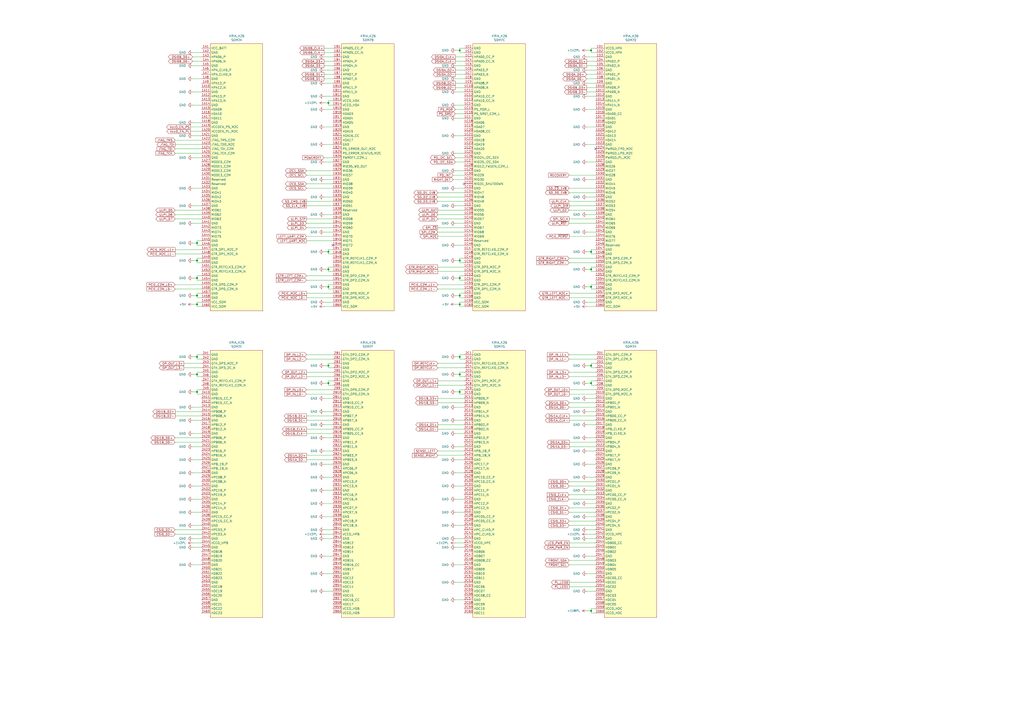
<source format=kicad_sch>
(kicad_sch (version 20210621) (generator eeschema)
  (paper "A2")
  (junction (at 114.3 140.97))
  (junction (at 114.3 151.13))
  (junction (at 114.3 161.29))
  (junction (at 114.3 171.45))
  (junction (at 114.3 176.53))
  (junction (at 114.3 207.01))
  (junction (at 114.3 217.17))
  (junction (at 114.3 227.33))
  (junction (at 190.5 59.69))
  (junction (at 190.5 146.05))
  (junction (at 190.5 156.21))
  (junction (at 190.5 166.37))
  (junction (at 190.5 212.09))
  (junction (at 190.5 222.25))
  (junction (at 266.7 29.21))
  (junction (at 266.7 151.13))
  (junction (at 266.7 161.29))
  (junction (at 266.7 171.45))
  (junction (at 266.7 176.53))
  (junction (at 266.7 207.01))
  (junction (at 266.7 217.17))
  (junction (at 266.7 227.33))
  (junction (at 342.9 29.21))
  (junction (at 342.9 146.05))
  (junction (at 342.9 156.21))
  (junction (at 342.9 166.37))
  (junction (at 342.9 212.09))
  (junction (at 342.9 222.25))
  (junction (at 342.9 354.33))
  (no_connect (at 193.04 142.24))
  (no_connect (at 269.24 106.68))
  (no_connect (at 345.44 86.36))
  (wire (pts (xy 101.6 81.28) (xy 116.84 81.28)))
  (wire (pts (xy 101.6 83.82) (xy 116.84 83.82)))
  (wire (pts (xy 101.6 86.36) (xy 116.84 86.36)))
  (wire (pts (xy 101.6 88.9) (xy 116.84 88.9)))
  (wire (pts (xy 101.6 121.92) (xy 116.84 121.92)))
  (wire (pts (xy 101.6 124.46) (xy 116.84 124.46)))
  (wire (pts (xy 101.6 127) (xy 116.84 127)))
  (wire (pts (xy 101.6 144.78) (xy 116.84 144.78)))
  (wire (pts (xy 101.6 147.32) (xy 116.84 147.32)))
  (wire (pts (xy 101.6 165.1) (xy 116.84 165.1)))
  (wire (pts (xy 101.6 167.64) (xy 116.84 167.64)))
  (wire (pts (xy 101.6 238.76) (xy 116.84 238.76)))
  (wire (pts (xy 101.6 241.3) (xy 116.84 241.3)))
  (wire (pts (xy 101.6 254) (xy 116.84 254)))
  (wire (pts (xy 101.6 256.54) (xy 116.84 256.54)))
  (wire (pts (xy 101.6 307.34) (xy 116.84 307.34)))
  (wire (pts (xy 101.6 309.88) (xy 116.84 309.88)))
  (wire (pts (xy 106.68 210.82) (xy 116.84 210.82)))
  (wire (pts (xy 106.68 213.36) (xy 116.84 213.36)))
  (wire (pts (xy 110.49 73.66) (xy 116.84 73.66)))
  (wire (pts (xy 110.49 76.2) (xy 116.84 76.2)))
  (wire (pts (xy 111.76 30.48) (xy 116.84 30.48)))
  (wire (pts (xy 111.76 33.02) (xy 116.84 33.02)))
  (wire (pts (xy 111.76 35.56) (xy 116.84 35.56)))
  (wire (pts (xy 111.76 38.1) (xy 116.84 38.1)))
  (wire (pts (xy 111.76 45.72) (xy 116.84 45.72)))
  (wire (pts (xy 111.76 53.34) (xy 116.84 53.34)))
  (wire (pts (xy 111.76 60.96) (xy 116.84 60.96)))
  (wire (pts (xy 111.76 71.12) (xy 116.84 71.12)))
  (wire (pts (xy 111.76 78.74) (xy 116.84 78.74)))
  (wire (pts (xy 111.76 91.44) (xy 116.84 91.44)))
  (wire (pts (xy 111.76 109.22) (xy 116.84 109.22)))
  (wire (pts (xy 111.76 119.38) (xy 116.84 119.38)))
  (wire (pts (xy 111.76 129.54) (xy 116.84 129.54)))
  (wire (pts (xy 111.76 140.97) (xy 114.3 140.97)))
  (wire (pts (xy 111.76 151.13) (xy 114.3 151.13)))
  (wire (pts (xy 111.76 161.29) (xy 114.3 161.29)))
  (wire (pts (xy 111.76 171.45) (xy 114.3 171.45)))
  (wire (pts (xy 111.76 176.53) (xy 114.3 176.53)))
  (wire (pts (xy 111.76 207.01) (xy 114.3 207.01)))
  (wire (pts (xy 111.76 217.17) (xy 114.3 217.17)))
  (wire (pts (xy 111.76 227.33) (xy 114.3 227.33)))
  (wire (pts (xy 111.76 236.22) (xy 116.84 236.22)))
  (wire (pts (xy 111.76 243.84) (xy 116.84 243.84)))
  (wire (pts (xy 111.76 251.46) (xy 116.84 251.46)))
  (wire (pts (xy 111.76 259.08) (xy 116.84 259.08)))
  (wire (pts (xy 111.76 266.7) (xy 116.84 266.7)))
  (wire (pts (xy 111.76 274.32) (xy 116.84 274.32)))
  (wire (pts (xy 111.76 281.94) (xy 116.84 281.94)))
  (wire (pts (xy 111.76 289.56) (xy 116.84 289.56)))
  (wire (pts (xy 111.76 297.18) (xy 116.84 297.18)))
  (wire (pts (xy 111.76 304.8) (xy 116.84 304.8)))
  (wire (pts (xy 111.76 312.42) (xy 116.84 312.42)))
  (wire (pts (xy 111.76 314.96) (xy 116.84 314.96)))
  (wire (pts (xy 111.76 317.5) (xy 116.84 317.5)))
  (wire (pts (xy 111.76 327.66) (xy 116.84 327.66)))
  (wire (pts (xy 114.3 139.7) (xy 114.3 140.97)))
  (wire (pts (xy 114.3 140.97) (xy 114.3 142.24)))
  (wire (pts (xy 114.3 142.24) (xy 116.84 142.24)))
  (wire (pts (xy 114.3 149.86) (xy 114.3 151.13)))
  (wire (pts (xy 114.3 151.13) (xy 114.3 152.4)))
  (wire (pts (xy 114.3 152.4) (xy 116.84 152.4)))
  (wire (pts (xy 114.3 160.02) (xy 114.3 161.29)))
  (wire (pts (xy 114.3 161.29) (xy 114.3 162.56)))
  (wire (pts (xy 114.3 162.56) (xy 116.84 162.56)))
  (wire (pts (xy 114.3 170.18) (xy 116.84 170.18)))
  (wire (pts (xy 114.3 171.45) (xy 114.3 170.18)))
  (wire (pts (xy 114.3 172.72) (xy 114.3 171.45)))
  (wire (pts (xy 114.3 175.26) (xy 116.84 175.26)))
  (wire (pts (xy 114.3 176.53) (xy 114.3 175.26)))
  (wire (pts (xy 114.3 177.8) (xy 114.3 176.53)))
  (wire (pts (xy 114.3 205.74) (xy 116.84 205.74)))
  (wire (pts (xy 114.3 207.01) (xy 114.3 205.74)))
  (wire (pts (xy 114.3 208.28) (xy 114.3 207.01)))
  (wire (pts (xy 114.3 215.9) (xy 116.84 215.9)))
  (wire (pts (xy 114.3 217.17) (xy 114.3 215.9)))
  (wire (pts (xy 114.3 218.44) (xy 114.3 217.17)))
  (wire (pts (xy 114.3 226.06) (xy 116.84 226.06)))
  (wire (pts (xy 114.3 227.33) (xy 114.3 226.06)))
  (wire (pts (xy 114.3 228.6) (xy 114.3 227.33)))
  (wire (pts (xy 116.84 139.7) (xy 114.3 139.7)))
  (wire (pts (xy 116.84 149.86) (xy 114.3 149.86)))
  (wire (pts (xy 116.84 160.02) (xy 114.3 160.02)))
  (wire (pts (xy 116.84 172.72) (xy 114.3 172.72)))
  (wire (pts (xy 116.84 177.8) (xy 114.3 177.8)))
  (wire (pts (xy 116.84 208.28) (xy 114.3 208.28)))
  (wire (pts (xy 116.84 218.44) (xy 114.3 218.44)))
  (wire (pts (xy 116.84 228.6) (xy 114.3 228.6)))
  (wire (pts (xy 177.8 99.06) (xy 193.04 99.06)))
  (wire (pts (xy 177.8 101.6) (xy 193.04 101.6)))
  (wire (pts (xy 177.8 106.68) (xy 193.04 106.68)))
  (wire (pts (xy 177.8 109.22) (xy 193.04 109.22)))
  (wire (pts (xy 177.8 116.84) (xy 193.04 116.84)))
  (wire (pts (xy 177.8 119.38) (xy 193.04 119.38)))
  (wire (pts (xy 177.8 127) (xy 193.04 127)))
  (wire (pts (xy 177.8 129.54) (xy 193.04 129.54)))
  (wire (pts (xy 177.8 132.08) (xy 193.04 132.08)))
  (wire (pts (xy 177.8 137.16) (xy 193.04 137.16)))
  (wire (pts (xy 177.8 139.7) (xy 193.04 139.7)))
  (wire (pts (xy 177.8 160.02) (xy 193.04 160.02)))
  (wire (pts (xy 177.8 162.56) (xy 193.04 162.56)))
  (wire (pts (xy 177.8 170.18) (xy 193.04 170.18)))
  (wire (pts (xy 177.8 172.72) (xy 193.04 172.72)))
  (wire (pts (xy 177.8 205.74) (xy 193.04 205.74)))
  (wire (pts (xy 177.8 208.28) (xy 193.04 208.28)))
  (wire (pts (xy 177.8 215.9) (xy 193.04 215.9)))
  (wire (pts (xy 177.8 218.44) (xy 193.04 218.44)))
  (wire (pts (xy 177.8 226.06) (xy 193.04 226.06)))
  (wire (pts (xy 177.8 228.6) (xy 193.04 228.6)))
  (wire (pts (xy 177.8 241.3) (xy 193.04 241.3)))
  (wire (pts (xy 177.8 243.84) (xy 193.04 243.84)))
  (wire (pts (xy 177.8 248.92) (xy 193.04 248.92)))
  (wire (pts (xy 177.8 251.46) (xy 193.04 251.46)))
  (wire (pts (xy 177.8 264.16) (xy 193.04 264.16)))
  (wire (pts (xy 177.8 266.7) (xy 193.04 266.7)))
  (wire (pts (xy 187.96 27.94) (xy 193.04 27.94)))
  (wire (pts (xy 187.96 30.48) (xy 193.04 30.48)))
  (wire (pts (xy 187.96 33.02) (xy 193.04 33.02)))
  (wire (pts (xy 187.96 35.56) (xy 193.04 35.56)))
  (wire (pts (xy 187.96 38.1) (xy 193.04 38.1)))
  (wire (pts (xy 187.96 40.64) (xy 193.04 40.64)))
  (wire (pts (xy 187.96 43.18) (xy 193.04 43.18)))
  (wire (pts (xy 187.96 45.72) (xy 193.04 45.72)))
  (wire (pts (xy 187.96 48.26) (xy 193.04 48.26)))
  (wire (pts (xy 187.96 55.88) (xy 193.04 55.88)))
  (wire (pts (xy 187.96 59.69) (xy 190.5 59.69)))
  (wire (pts (xy 187.96 63.5) (xy 193.04 63.5)))
  (wire (pts (xy 187.96 73.66) (xy 193.04 73.66)))
  (wire (pts (xy 187.96 83.82) (xy 193.04 83.82)))
  (wire (pts (xy 187.96 91.44) (xy 193.04 91.44)))
  (wire (pts (xy 187.96 93.98) (xy 193.04 93.98)))
  (wire (pts (xy 187.96 104.14) (xy 193.04 104.14)))
  (wire (pts (xy 187.96 114.3) (xy 193.04 114.3)))
  (wire (pts (xy 187.96 124.46) (xy 193.04 124.46)))
  (wire (pts (xy 187.96 134.62) (xy 193.04 134.62)))
  (wire (pts (xy 187.96 146.05) (xy 190.5 146.05)))
  (wire (pts (xy 187.96 156.21) (xy 190.5 156.21)))
  (wire (pts (xy 187.96 166.37) (xy 190.5 166.37)))
  (wire (pts (xy 187.96 175.26) (xy 193.04 175.26)))
  (wire (pts (xy 187.96 177.8) (xy 193.04 177.8)))
  (wire (pts (xy 187.96 212.09) (xy 190.5 212.09)))
  (wire (pts (xy 187.96 222.25) (xy 190.5 222.25)))
  (wire (pts (xy 187.96 231.14) (xy 193.04 231.14)))
  (wire (pts (xy 187.96 238.76) (xy 193.04 238.76)))
  (wire (pts (xy 187.96 246.38) (xy 193.04 246.38)))
  (wire (pts (xy 187.96 254) (xy 193.04 254)))
  (wire (pts (xy 187.96 261.62) (xy 193.04 261.62)))
  (wire (pts (xy 187.96 269.24) (xy 193.04 269.24)))
  (wire (pts (xy 187.96 276.86) (xy 193.04 276.86)))
  (wire (pts (xy 187.96 284.48) (xy 193.04 284.48)))
  (wire (pts (xy 187.96 292.1) (xy 193.04 292.1)))
  (wire (pts (xy 187.96 299.72) (xy 193.04 299.72)))
  (wire (pts (xy 187.96 307.34) (xy 193.04 307.34)))
  (wire (pts (xy 187.96 309.88) (xy 193.04 309.88)))
  (wire (pts (xy 187.96 312.42) (xy 193.04 312.42)))
  (wire (pts (xy 187.96 322.58) (xy 193.04 322.58)))
  (wire (pts (xy 187.96 332.74) (xy 193.04 332.74)))
  (wire (pts (xy 187.96 342.9) (xy 193.04 342.9)))
  (wire (pts (xy 190.5 58.42) (xy 193.04 58.42)))
  (wire (pts (xy 190.5 59.69) (xy 190.5 58.42)))
  (wire (pts (xy 190.5 60.96) (xy 190.5 59.69)))
  (wire (pts (xy 190.5 144.78) (xy 190.5 146.05)))
  (wire (pts (xy 190.5 146.05) (xy 190.5 147.32)))
  (wire (pts (xy 190.5 147.32) (xy 193.04 147.32)))
  (wire (pts (xy 190.5 154.94) (xy 190.5 156.21)))
  (wire (pts (xy 190.5 156.21) (xy 190.5 157.48)))
  (wire (pts (xy 190.5 157.48) (xy 193.04 157.48)))
  (wire (pts (xy 190.5 165.1) (xy 190.5 166.37)))
  (wire (pts (xy 190.5 166.37) (xy 190.5 167.64)))
  (wire (pts (xy 190.5 167.64) (xy 193.04 167.64)))
  (wire (pts (xy 190.5 210.82) (xy 193.04 210.82)))
  (wire (pts (xy 190.5 212.09) (xy 190.5 210.82)))
  (wire (pts (xy 190.5 212.09) (xy 190.5 213.36)))
  (wire (pts (xy 190.5 213.36) (xy 193.04 213.36)))
  (wire (pts (xy 190.5 220.98) (xy 193.04 220.98)))
  (wire (pts (xy 190.5 222.25) (xy 190.5 220.98)))
  (wire (pts (xy 190.5 222.25) (xy 190.5 223.52)))
  (wire (pts (xy 190.5 223.52) (xy 193.04 223.52)))
  (wire (pts (xy 193.04 60.96) (xy 190.5 60.96)))
  (wire (pts (xy 193.04 144.78) (xy 190.5 144.78)))
  (wire (pts (xy 193.04 154.94) (xy 190.5 154.94)))
  (wire (pts (xy 193.04 165.1) (xy 190.5 165.1)))
  (wire (pts (xy 254 111.76) (xy 269.24 111.76)))
  (wire (pts (xy 254 114.3) (xy 269.24 114.3)))
  (wire (pts (xy 254 116.84) (xy 269.24 116.84)))
  (wire (pts (xy 254 121.92) (xy 269.24 121.92)))
  (wire (pts (xy 254 124.46) (xy 269.24 124.46)))
  (wire (pts (xy 254 127) (xy 269.24 127)))
  (wire (pts (xy 254 132.08) (xy 269.24 132.08)))
  (wire (pts (xy 254 134.62) (xy 269.24 134.62)))
  (wire (pts (xy 254 137.16) (xy 269.24 137.16)))
  (wire (pts (xy 254 154.94) (xy 269.24 154.94)))
  (wire (pts (xy 254 157.48) (xy 269.24 157.48)))
  (wire (pts (xy 254 165.1) (xy 269.24 165.1)))
  (wire (pts (xy 254 167.64) (xy 269.24 167.64)))
  (wire (pts (xy 254 210.82) (xy 269.24 210.82)))
  (wire (pts (xy 254 213.36) (xy 269.24 213.36)))
  (wire (pts (xy 254 220.98) (xy 269.24 220.98)))
  (wire (pts (xy 254 223.52) (xy 269.24 223.52)))
  (wire (pts (xy 254 231.14) (xy 269.24 231.14)))
  (wire (pts (xy 254 233.68) (xy 269.24 233.68)))
  (wire (pts (xy 254 246.38) (xy 269.24 246.38)))
  (wire (pts (xy 254 248.92) (xy 269.24 248.92)))
  (wire (pts (xy 254 261.62) (xy 269.24 261.62)))
  (wire (pts (xy 254 264.16) (xy 269.24 264.16)))
  (wire (pts (xy 262.89 101.6) (xy 269.24 101.6)))
  (wire (pts (xy 262.89 104.14) (xy 269.24 104.14)))
  (wire (pts (xy 264.16 29.21) (xy 266.7 29.21)))
  (wire (pts (xy 264.16 33.02) (xy 269.24 33.02)))
  (wire (pts (xy 264.16 35.56) (xy 269.24 35.56)))
  (wire (pts (xy 264.16 38.1) (xy 269.24 38.1)))
  (wire (pts (xy 264.16 40.64) (xy 269.24 40.64)))
  (wire (pts (xy 264.16 43.18) (xy 269.24 43.18)))
  (wire (pts (xy 264.16 45.72) (xy 269.24 45.72)))
  (wire (pts (xy 264.16 48.26) (xy 269.24 48.26)))
  (wire (pts (xy 264.16 50.8) (xy 269.24 50.8)))
  (wire (pts (xy 264.16 53.34) (xy 269.24 53.34)))
  (wire (pts (xy 264.16 60.96) (xy 269.24 60.96)))
  (wire (pts (xy 264.16 63.5) (xy 269.24 63.5)))
  (wire (pts (xy 264.16 66.04) (xy 269.24 66.04)))
  (wire (pts (xy 264.16 68.58) (xy 269.24 68.58)))
  (wire (pts (xy 264.16 78.74) (xy 269.24 78.74)))
  (wire (pts (xy 264.16 88.9) (xy 269.24 88.9)))
  (wire (pts (xy 264.16 91.44) (xy 269.24 91.44)))
  (wire (pts (xy 264.16 93.98) (xy 269.24 93.98)))
  (wire (pts (xy 264.16 99.06) (xy 269.24 99.06)))
  (wire (pts (xy 264.16 109.22) (xy 269.24 109.22)))
  (wire (pts (xy 264.16 119.38) (xy 269.24 119.38)))
  (wire (pts (xy 264.16 129.54) (xy 269.24 129.54)))
  (wire (pts (xy 264.16 142.24) (xy 269.24 142.24)))
  (wire (pts (xy 264.16 151.13) (xy 266.7 151.13)))
  (wire (pts (xy 264.16 161.29) (xy 266.7 161.29)))
  (wire (pts (xy 264.16 171.45) (xy 266.7 171.45)))
  (wire (pts (xy 264.16 176.53) (xy 266.7 176.53)))
  (wire (pts (xy 264.16 207.01) (xy 266.7 207.01)))
  (wire (pts (xy 264.16 217.17) (xy 266.7 217.17)))
  (wire (pts (xy 264.16 227.33) (xy 266.7 227.33)))
  (wire (pts (xy 264.16 236.22) (xy 269.24 236.22)))
  (wire (pts (xy 264.16 243.84) (xy 269.24 243.84)))
  (wire (pts (xy 264.16 251.46) (xy 269.24 251.46)))
  (wire (pts (xy 264.16 259.08) (xy 269.24 259.08)))
  (wire (pts (xy 264.16 266.7) (xy 269.24 266.7)))
  (wire (pts (xy 264.16 274.32) (xy 269.24 274.32)))
  (wire (pts (xy 264.16 281.94) (xy 269.24 281.94)))
  (wire (pts (xy 264.16 289.56) (xy 269.24 289.56)))
  (wire (pts (xy 264.16 297.18) (xy 269.24 297.18)))
  (wire (pts (xy 264.16 304.8) (xy 269.24 304.8)))
  (wire (pts (xy 264.16 312.42) (xy 269.24 312.42)))
  (wire (pts (xy 264.16 314.96) (xy 269.24 314.96)))
  (wire (pts (xy 264.16 317.5) (xy 269.24 317.5)))
  (wire (pts (xy 264.16 327.66) (xy 269.24 327.66)))
  (wire (pts (xy 264.16 337.82) (xy 269.24 337.82)))
  (wire (pts (xy 264.16 347.98) (xy 269.24 347.98)))
  (wire (pts (xy 266.7 27.94) (xy 269.24 27.94)))
  (wire (pts (xy 266.7 29.21) (xy 266.7 27.94)))
  (wire (pts (xy 266.7 30.48) (xy 266.7 29.21)))
  (wire (pts (xy 266.7 149.86) (xy 266.7 151.13)))
  (wire (pts (xy 266.7 151.13) (xy 266.7 152.4)))
  (wire (pts (xy 266.7 152.4) (xy 269.24 152.4)))
  (wire (pts (xy 266.7 160.02) (xy 266.7 161.29)))
  (wire (pts (xy 266.7 161.29) (xy 266.7 162.56)))
  (wire (pts (xy 266.7 162.56) (xy 269.24 162.56)))
  (wire (pts (xy 266.7 170.18) (xy 266.7 171.45)))
  (wire (pts (xy 266.7 171.45) (xy 266.7 172.72)))
  (wire (pts (xy 266.7 172.72) (xy 269.24 172.72)))
  (wire (pts (xy 266.7 175.26) (xy 269.24 175.26)))
  (wire (pts (xy 266.7 176.53) (xy 266.7 175.26)))
  (wire (pts (xy 266.7 177.8) (xy 266.7 176.53)))
  (wire (pts (xy 266.7 205.74) (xy 269.24 205.74)))
  (wire (pts (xy 266.7 207.01) (xy 266.7 205.74)))
  (wire (pts (xy 266.7 207.01) (xy 266.7 208.28)))
  (wire (pts (xy 266.7 208.28) (xy 269.24 208.28)))
  (wire (pts (xy 266.7 215.9) (xy 269.24 215.9)))
  (wire (pts (xy 266.7 217.17) (xy 266.7 215.9)))
  (wire (pts (xy 266.7 217.17) (xy 266.7 218.44)))
  (wire (pts (xy 266.7 218.44) (xy 269.24 218.44)))
  (wire (pts (xy 266.7 226.06) (xy 269.24 226.06)))
  (wire (pts (xy 266.7 227.33) (xy 266.7 226.06)))
  (wire (pts (xy 266.7 227.33) (xy 266.7 228.6)))
  (wire (pts (xy 266.7 228.6) (xy 269.24 228.6)))
  (wire (pts (xy 269.24 30.48) (xy 266.7 30.48)))
  (wire (pts (xy 269.24 149.86) (xy 266.7 149.86)))
  (wire (pts (xy 269.24 160.02) (xy 266.7 160.02)))
  (wire (pts (xy 269.24 170.18) (xy 266.7 170.18)))
  (wire (pts (xy 269.24 177.8) (xy 266.7 177.8)))
  (wire (pts (xy 330.2 101.6) (xy 345.44 101.6)))
  (wire (pts (xy 330.2 109.22) (xy 345.44 109.22)))
  (wire (pts (xy 330.2 111.76) (xy 345.44 111.76)))
  (wire (pts (xy 330.2 116.84) (xy 345.44 116.84)))
  (wire (pts (xy 330.2 119.38) (xy 345.44 119.38)))
  (wire (pts (xy 330.2 121.92) (xy 345.44 121.92)))
  (wire (pts (xy 330.2 127) (xy 345.44 127)))
  (wire (pts (xy 330.2 129.54) (xy 345.44 129.54)))
  (wire (pts (xy 330.2 137.16) (xy 345.44 137.16)))
  (wire (pts (xy 330.2 149.86) (xy 345.44 149.86)))
  (wire (pts (xy 330.2 152.4) (xy 345.44 152.4)))
  (wire (pts (xy 330.2 170.18) (xy 345.44 170.18)))
  (wire (pts (xy 330.2 172.72) (xy 345.44 172.72)))
  (wire (pts (xy 330.2 205.74) (xy 345.44 205.74)))
  (wire (pts (xy 330.2 208.28) (xy 345.44 208.28)))
  (wire (pts (xy 330.2 215.9) (xy 345.44 215.9)))
  (wire (pts (xy 330.2 218.44) (xy 345.44 218.44)))
  (wire (pts (xy 330.2 226.06) (xy 345.44 226.06)))
  (wire (pts (xy 330.2 228.6) (xy 345.44 228.6)))
  (wire (pts (xy 330.2 233.68) (xy 345.44 233.68)))
  (wire (pts (xy 330.2 236.22) (xy 345.44 236.22)))
  (wire (pts (xy 330.2 241.3) (xy 345.44 241.3)))
  (wire (pts (xy 330.2 243.84) (xy 345.44 243.84)))
  (wire (pts (xy 330.2 256.54) (xy 345.44 256.54)))
  (wire (pts (xy 330.2 259.08) (xy 345.44 259.08)))
  (wire (pts (xy 330.2 279.4) (xy 345.44 279.4)))
  (wire (pts (xy 330.2 281.94) (xy 345.44 281.94)))
  (wire (pts (xy 330.2 287.02) (xy 345.44 287.02)))
  (wire (pts (xy 330.2 289.56) (xy 345.44 289.56)))
  (wire (pts (xy 330.2 294.64) (xy 345.44 294.64)))
  (wire (pts (xy 330.2 297.18) (xy 345.44 297.18)))
  (wire (pts (xy 330.2 302.26) (xy 345.44 302.26)))
  (wire (pts (xy 330.2 304.8) (xy 345.44 304.8)))
  (wire (pts (xy 330.2 314.96) (xy 345.44 314.96)))
  (wire (pts (xy 330.2 317.5) (xy 345.44 317.5)))
  (wire (pts (xy 330.2 325.12) (xy 345.44 325.12)))
  (wire (pts (xy 330.2 327.66) (xy 345.44 327.66)))
  (wire (pts (xy 330.2 337.82) (xy 345.44 337.82)))
  (wire (pts (xy 330.2 340.36) (xy 345.44 340.36)))
  (wire (pts (xy 340.36 29.21) (xy 342.9 29.21)))
  (wire (pts (xy 340.36 33.02) (xy 345.44 33.02)))
  (wire (pts (xy 340.36 35.56) (xy 345.44 35.56)))
  (wire (pts (xy 340.36 38.1) (xy 345.44 38.1)))
  (wire (pts (xy 340.36 40.64) (xy 345.44 40.64)))
  (wire (pts (xy 340.36 43.18) (xy 345.44 43.18)))
  (wire (pts (xy 340.36 45.72) (xy 345.44 45.72)))
  (wire (pts (xy 340.36 48.26) (xy 345.44 48.26)))
  (wire (pts (xy 340.36 50.8) (xy 345.44 50.8)))
  (wire (pts (xy 340.36 53.34) (xy 345.44 53.34)))
  (wire (pts (xy 340.36 55.88) (xy 345.44 55.88)))
  (wire (pts (xy 340.36 63.5) (xy 345.44 63.5)))
  (wire (pts (xy 340.36 73.66) (xy 345.44 73.66)))
  (wire (pts (xy 340.36 83.82) (xy 345.44 83.82)))
  (wire (pts (xy 340.36 93.98) (xy 345.44 93.98)))
  (wire (pts (xy 340.36 104.14) (xy 345.44 104.14)))
  (wire (pts (xy 340.36 114.3) (xy 345.44 114.3)))
  (wire (pts (xy 340.36 124.46) (xy 345.44 124.46)))
  (wire (pts (xy 340.36 134.62) (xy 345.44 134.62)))
  (wire (pts (xy 340.36 146.05) (xy 342.9 146.05)))
  (wire (pts (xy 340.36 156.21) (xy 342.9 156.21)))
  (wire (pts (xy 340.36 166.37) (xy 342.9 166.37)))
  (wire (pts (xy 340.36 175.26) (xy 345.44 175.26)))
  (wire (pts (xy 340.36 177.8) (xy 345.44 177.8)))
  (wire (pts (xy 340.36 212.09) (xy 342.9 212.09)))
  (wire (pts (xy 340.36 222.25) (xy 342.9 222.25)))
  (wire (pts (xy 340.36 231.14) (xy 345.44 231.14)))
  (wire (pts (xy 340.36 238.76) (xy 345.44 238.76)))
  (wire (pts (xy 340.36 246.38) (xy 345.44 246.38)))
  (wire (pts (xy 340.36 254) (xy 345.44 254)))
  (wire (pts (xy 340.36 261.62) (xy 345.44 261.62)))
  (wire (pts (xy 340.36 269.24) (xy 345.44 269.24)))
  (wire (pts (xy 340.36 276.86) (xy 345.44 276.86)))
  (wire (pts (xy 340.36 284.48) (xy 345.44 284.48)))
  (wire (pts (xy 340.36 292.1) (xy 345.44 292.1)))
  (wire (pts (xy 340.36 299.72) (xy 345.44 299.72)))
  (wire (pts (xy 340.36 307.34) (xy 345.44 307.34)))
  (wire (pts (xy 340.36 309.88) (xy 345.44 309.88)))
  (wire (pts (xy 340.36 312.42) (xy 345.44 312.42)))
  (wire (pts (xy 340.36 322.58) (xy 345.44 322.58)))
  (wire (pts (xy 340.36 332.74) (xy 345.44 332.74)))
  (wire (pts (xy 340.36 342.9) (xy 345.44 342.9)))
  (wire (pts (xy 340.36 354.33) (xy 342.9 354.33)))
  (wire (pts (xy 342.9 27.94) (xy 345.44 27.94)))
  (wire (pts (xy 342.9 29.21) (xy 342.9 27.94)))
  (wire (pts (xy 342.9 30.48) (xy 342.9 29.21)))
  (wire (pts (xy 342.9 144.78) (xy 345.44 144.78)))
  (wire (pts (xy 342.9 146.05) (xy 342.9 144.78)))
  (wire (pts (xy 342.9 147.32) (xy 342.9 146.05)))
  (wire (pts (xy 342.9 154.94) (xy 345.44 154.94)))
  (wire (pts (xy 342.9 156.21) (xy 342.9 154.94)))
  (wire (pts (xy 342.9 157.48) (xy 342.9 156.21)))
  (wire (pts (xy 342.9 165.1) (xy 345.44 165.1)))
  (wire (pts (xy 342.9 166.37) (xy 342.9 165.1)))
  (wire (pts (xy 342.9 167.64) (xy 342.9 166.37)))
  (wire (pts (xy 342.9 210.82) (xy 345.44 210.82)))
  (wire (pts (xy 342.9 212.09) (xy 342.9 210.82)))
  (wire (pts (xy 342.9 213.36) (xy 342.9 212.09)))
  (wire (pts (xy 342.9 220.98) (xy 345.44 220.98)))
  (wire (pts (xy 342.9 222.25) (xy 342.9 220.98)))
  (wire (pts (xy 342.9 223.52) (xy 342.9 222.25)))
  (wire (pts (xy 342.9 353.06) (xy 345.44 353.06)))
  (wire (pts (xy 342.9 354.33) (xy 342.9 353.06)))
  (wire (pts (xy 342.9 355.6) (xy 342.9 354.33)))
  (wire (pts (xy 345.44 30.48) (xy 342.9 30.48)))
  (wire (pts (xy 345.44 147.32) (xy 342.9 147.32)))
  (wire (pts (xy 345.44 157.48) (xy 342.9 157.48)))
  (wire (pts (xy 345.44 167.64) (xy 342.9 167.64)))
  (wire (pts (xy 345.44 213.36) (xy 342.9 213.36)))
  (wire (pts (xy 345.44 223.52) (xy 342.9 223.52)))
  (wire (pts (xy 345.44 355.6) (xy 342.9 355.6)))
  (global_label "JTAG_TMS" (shape input) (at 101.6 81.28 180) (property "Intersheet References" "${INTERSHEET_REFS}" (effects hide)))
  (global_label "JTAG_TDI" (shape output) (at 101.6 83.82 180) (property "Intersheet References" "${INTERSHEET_REFS}" (effects hide)))
  (global_label "JTAG_TDI" (shape input) (at 101.6 86.36 180) (property "Intersheet References" "${INTERSHEET_REFS}" (effects hide)))
  (global_label "JTAG_TCK" (shape input) (at 101.6 88.9 180) (property "Intersheet References" "${INTERSHEET_REFS}" (effects hide)))
  (global_label "ULPI_D5" (shape bidirectional) (at 101.6 121.92 180) (property "Intersheet References" "${INTERSHEET_REFS}" (effects hide)))
  (global_label "ULPI_D6" (shape bidirectional) (at 101.6 124.46 180) (property "Intersheet References" "${INTERSHEET_REFS}" (effects hide)))
  (global_label "ULPI_D7" (shape bidirectional) (at 101.6 127 180) (property "Intersheet References" "${INTERSHEET_REFS}" (effects hide)))
  (global_label "PCIE_M2C_L1+" (shape output) (at 101.6 144.78 180) (property "Intersheet References" "${INTERSHEET_REFS}" (effects hide)))
  (global_label "PCIE_M2C_L1-" (shape output) (at 101.6 147.32 180) (property "Intersheet References" "${INTERSHEET_REFS}" (effects hide)))
  (global_label "PCIE_C2M_L0+" (shape input) (at 101.6 165.1 180) (property "Intersheet References" "${INTERSHEET_REFS}" (effects hide)))
  (global_label "PCIE_C2M_L0-" (shape input) (at 101.6 167.64 180) (property "Intersheet References" "${INTERSHEET_REFS}" (effects hide)))
  (global_label "DSI1B_D2+" (shape output) (at 101.6 238.76 180) (property "Intersheet References" "${INTERSHEET_REFS}" (effects hide)))
  (global_label "DSI1B_D2-" (shape output) (at 101.6 241.3 180) (property "Intersheet References" "${INTERSHEET_REFS}" (effects hide)))
  (global_label "DSI1B_D0+" (shape bidirectional) (at 101.6 254 180) (property "Intersheet References" "${INTERSHEET_REFS}" (effects hide)))
  (global_label "DSI1B_D0-" (shape bidirectional) (at 101.6 256.54 180) (property "Intersheet References" "${INTERSHEET_REFS}" (effects hide)))
  (global_label "CSI0_D2+" (shape input) (at 101.6 307.34 180) (property "Intersheet References" "${INTERSHEET_REFS}" (effects hide)))
  (global_label "CSI0_D2-" (shape input) (at 101.6 309.88 180) (property "Intersheet References" "${INTERSHEET_REFS}" (effects hide)))
  (global_label "DP_OUT_L3+" (shape output) (at 106.68 210.82 180) (property "Intersheet References" "${INTERSHEET_REFS}" (effects hide)))
  (global_label "DP_OUT_L3-" (shape output) (at 106.68 213.36 180) (property "Intersheet References" "${INTERSHEET_REFS}" (effects hide)))
  (global_label "VccO_EN_PS" (shape output) (at 110.49 73.66 180) (property "Intersheet References" "${INTERSHEET_REFS}" (effects hide)))
  (global_label "VccO_EN_PL" (shape output) (at 110.49 76.2 180) (property "Intersheet References" "${INTERSHEET_REFS}" (effects hide)))
  (global_label "DSI0B_D0+" (shape bidirectional) (at 111.76 33.02 180) (property "Intersheet References" "${INTERSHEET_REFS}" (effects hide)))
  (global_label "DSI0B_D0-" (shape bidirectional) (at 111.76 35.56 180) (property "Intersheet References" "${INTERSHEET_REFS}" (effects hide)))
  (global_label "I2C1_SDA" (shape bidirectional) (at 177.8 99.06 180) (property "Intersheet References" "${INTERSHEET_REFS}" (effects hide)))
  (global_label "I2C1_SCL" (shape bidirectional) (at 177.8 101.6 180) (property "Intersheet References" "${INTERSHEET_REFS}" (effects hide)))
  (global_label "I2C0_SDA" (shape bidirectional) (at 177.8 106.68 180) (property "Intersheet References" "${INTERSHEET_REFS}" (effects hide)))
  (global_label "I2C0_SCL" (shape bidirectional) (at 177.8 109.22 180) (property "Intersheet References" "${INTERSHEET_REFS}" (effects hide)))
  (global_label "SD_CMD_1V8" (shape output) (at 177.8 116.84 180) (property "Intersheet References" "${INTERSHEET_REFS}" (effects hide)))
  (global_label "SD_CLK_1V8" (shape output) (at 177.8 119.38 180) (property "Intersheet References" "${INTERSHEET_REFS}" (effects hide)))
  (global_label "ULPI_STP" (shape output) (at 177.8 127 180) (property "Intersheet References" "${INTERSHEET_REFS}" (effects hide)))
  (global_label "ULPI_D3" (shape bidirectional) (at 177.8 129.54 180) (property "Intersheet References" "${INTERSHEET_REFS}" (effects hide)))
  (global_label "ULPI_D4" (shape bidirectional) (at 177.8 132.08 180) (property "Intersheet References" "${INTERSHEET_REFS}" (effects hide)))
  (global_label "LEFT_UART_C2M" (shape input) (at 177.8 137.16 180) (property "Intersheet References" "${INTERSHEET_REFS}" (effects hide)))
  (global_label "LEFT_UART_M2C" (shape output) (at 177.8 139.7 180) (property "Intersheet References" "${INTERSHEET_REFS}" (effects hide)))
  (global_label "GTR_LEFT_C2M+" (shape input) (at 177.8 160.02 180) (property "Intersheet References" "${INTERSHEET_REFS}" (effects hide)))
  (global_label "GTR_LEFT_C2M-" (shape input) (at 177.8 162.56 180) (property "Intersheet References" "${INTERSHEET_REFS}" (effects hide)))
  (global_label "PCIE_M2C_L0+" (shape output) (at 177.8 170.18 180) (property "Intersheet References" "${INTERSHEET_REFS}" (effects hide)))
  (global_label "PCIE_M2C_L0-" (shape output) (at 177.8 172.72 180) (property "Intersheet References" "${INTERSHEET_REFS}" (effects hide)))
  (global_label "DP_IN_L2+" (shape input) (at 177.8 205.74 180) (property "Intersheet References" "${INTERSHEET_REFS}" (effects hide)))
  (global_label "DP_IN_L2-" (shape input) (at 177.8 208.28 180) (property "Intersheet References" "${INTERSHEET_REFS}" (effects hide)))
  (global_label "DP_OUT_L2+" (shape output) (at 177.8 215.9 180) (property "Intersheet References" "${INTERSHEET_REFS}" (effects hide)))
  (global_label "DP_OUT_L2-" (shape output) (at 177.8 218.44 180) (property "Intersheet References" "${INTERSHEET_REFS}" (effects hide)))
  (global_label "DP_IN_L0+" (shape input) (at 177.8 226.06 180) (property "Intersheet References" "${INTERSHEET_REFS}" (effects hide)))
  (global_label "DP_IN_L0-" (shape input) (at 177.8 228.6 180) (property "Intersheet References" "${INTERSHEET_REFS}" (effects hide)))
  (global_label "DSI1B_D1+" (shape output) (at 177.8 241.3 180) (property "Intersheet References" "${INTERSHEET_REFS}" (effects hide)))
  (global_label "DSI1B_D1-" (shape output) (at 177.8 243.84 180) (property "Intersheet References" "${INTERSHEET_REFS}" (effects hide)))
  (global_label "DSI1B_CLK+" (shape output) (at 177.8 248.92 180) (property "Intersheet References" "${INTERSHEET_REFS}" (effects hide)))
  (global_label "DSI1B_CLK-" (shape output) (at 177.8 251.46 180) (property "Intersheet References" "${INTERSHEET_REFS}" (effects hide)))
  (global_label "DSI1A_D2+" (shape output) (at 177.8 264.16 180) (property "Intersheet References" "${INTERSHEET_REFS}" (effects hide)))
  (global_label "DSI1A_D2-" (shape output) (at 177.8 266.7 180) (property "Intersheet References" "${INTERSHEET_REFS}" (effects hide)))
  (global_label "DSI0B_CLK+" (shape output) (at 187.96 27.94 180) (property "Intersheet References" "${INTERSHEET_REFS}" (effects hide)))
  (global_label "DSI0B_CLK-" (shape output) (at 187.96 30.48 180) (property "Intersheet References" "${INTERSHEET_REFS}" (effects hide)))
  (global_label "DSI0A_D3+" (shape output) (at 187.96 35.56 180) (property "Intersheet References" "${INTERSHEET_REFS}" (effects hide)))
  (global_label "DSI0A_D3-" (shape output) (at 187.96 38.1 180) (property "Intersheet References" "${INTERSHEET_REFS}" (effects hide)))
  (global_label "DSI0B_D1+" (shape output) (at 187.96 43.18 180) (property "Intersheet References" "${INTERSHEET_REFS}" (effects hide)))
  (global_label "DSI0B_D1-" (shape output) (at 187.96 45.72 180) (property "Intersheet References" "${INTERSHEET_REFS}" (effects hide)))
  (global_label "POWEROFF" (shape input) (at 187.96 91.44 180) (property "Intersheet References" "${INTERSHEET_REFS}" (effects hide)))
  (global_label "SD_D1_1V8" (shape bidirectional) (at 254 111.76 180) (property "Intersheet References" "${INTERSHEET_REFS}" (effects hide)))
  (global_label "SD_D2_1V8" (shape bidirectional) (at 254 114.3 180) (property "Intersheet References" "${INTERSHEET_REFS}" (effects hide)))
  (global_label "SD_D3_1V8" (shape bidirectional) (at 254 116.84 180) (property "Intersheet References" "${INTERSHEET_REFS}" (effects hide)))
  (global_label "ULPI_NXT" (shape output) (at 254 121.92 180) (property "Intersheet References" "${INTERSHEET_REFS}" (effects hide)))
  (global_label "ULPI_D0" (shape bidirectional) (at 254 124.46 180) (property "Intersheet References" "${INTERSHEET_REFS}" (effects hide)))
  (global_label "ULPI_D1" (shape bidirectional) (at 254 127 180) (property "Intersheet References" "${INTERSHEET_REFS}" (effects hide)))
  (global_label "SPI_~{CS}" (shape output) (at 254 132.08 180) (property "Intersheet References" "${INTERSHEET_REFS}" (effects hide)))
  (global_label "SPI_C2M" (shape input) (at 254 134.62 180) (property "Intersheet References" "${INTERSHEET_REFS}" (effects hide)))
  (global_label "SPI_M2C" (shape output) (at 254 137.16 180) (property "Intersheet References" "${INTERSHEET_REFS}" (effects hide)))
  (global_label "GTR_RIGHT_M2C+" (shape output) (at 254 154.94 180) (property "Intersheet References" "${INTERSHEET_REFS}" (effects hide)))
  (global_label "GTR_RIGHT_M2C-" (shape output) (at 254 157.48 180) (property "Intersheet References" "${INTERSHEET_REFS}" (effects hide)))
  (global_label "PCIE_C2M_L1+" (shape input) (at 254 165.1 180) (property "Intersheet References" "${INTERSHEET_REFS}" (effects hide)))
  (global_label "PCIE_C2M_L1-" (shape input) (at 254 167.64 180) (property "Intersheet References" "${INTERSHEET_REFS}" (effects hide)))
  (global_label "DP_REFCLK+" (shape input) (at 254 210.82 180) (property "Intersheet References" "${INTERSHEET_REFS}" (effects hide)))
  (global_label "DP_REFCLK-" (shape input) (at 254 213.36 180) (property "Intersheet References" "${INTERSHEET_REFS}" (effects hide)))
  (global_label "DP_OUT_L1+" (shape output) (at 254 220.98 180) (property "Intersheet References" "${INTERSHEET_REFS}" (effects hide)))
  (global_label "DP_OUT_L1-" (shape output) (at 254 223.52 180) (property "Intersheet References" "${INTERSHEET_REFS}" (effects hide)))
  (global_label "DSI1B_D3+" (shape output) (at 254 231.14 180) (property "Intersheet References" "${INTERSHEET_REFS}" (effects hide)))
  (global_label "DSI1B_D3-" (shape output) (at 254 233.68 180) (property "Intersheet References" "${INTERSHEET_REFS}" (effects hide)))
  (global_label "DSI1A_D1+" (shape output) (at 254 246.38 180) (property "Intersheet References" "${INTERSHEET_REFS}" (effects hide)))
  (global_label "DSI1A_D1-" (shape output) (at 254 248.92 180) (property "Intersheet References" "${INTERSHEET_REFS}" (effects hide)))
  (global_label "SENSE_LEFT" (shape input) (at 254 261.62 180) (property "Intersheet References" "${INTERSHEET_REFS}" (effects hide)))
  (global_label "SENSE_RIGHT" (shape input) (at 254 264.16 180) (property "Intersheet References" "${INTERSHEET_REFS}" (effects hide)))
  (global_label "PD_INT" (shape input) (at 262.89 101.6 180) (property "Intersheet References" "${INTERSHEET_REFS}" (effects hide)))
  (global_label "RIGHT_DET" (shape input) (at 262.89 104.14 180) (property "Intersheet References" "${INTERSHEET_REFS}" (effects hide)))
  (global_label "DSI0A_CLK+" (shape output) (at 264.16 33.02 180) (property "Intersheet References" "${INTERSHEET_REFS}" (effects hide)))
  (global_label "DSI0A_CLK-" (shape output) (at 264.16 35.56 180) (property "Intersheet References" "${INTERSHEET_REFS}" (effects hide)))
  (global_label "DSI0A_D2+" (shape output) (at 264.16 40.64 180) (property "Intersheet References" "${INTERSHEET_REFS}" (effects hide)))
  (global_label "DSI0A_D2-" (shape output) (at 264.16 43.18 180) (property "Intersheet References" "${INTERSHEET_REFS}" (effects hide)))
  (global_label "DSI0B_D2+" (shape output) (at 264.16 48.26 180) (property "Intersheet References" "${INTERSHEET_REFS}" (effects hide)))
  (global_label "DSI0B_D2-" (shape output) (at 264.16 50.8 180) (property "Intersheet References" "${INTERSHEET_REFS}" (effects hide)))
  (global_label "PS_POR" (shape input) (at 264.16 63.5 180) (property "Intersheet References" "${INTERSHEET_REFS}" (effects hide)))
  (global_label "PS_SRST" (shape input) (at 264.16 66.04 180) (property "Intersheet References" "${INTERSHEET_REFS}" (effects hide)))
  (global_label "PD_I2C_SCL" (shape bidirectional) (at 264.16 91.44 180) (property "Intersheet References" "${INTERSHEET_REFS}" (effects hide)))
  (global_label "PD_I2C_SDA" (shape bidirectional) (at 264.16 93.98 180) (property "Intersheet References" "${INTERSHEET_REFS}" (effects hide)))
  (global_label "RECOVERY" (shape input) (at 330.2 101.6 180) (property "Intersheet References" "${INTERSHEET_REFS}" (effects hide)))
  (global_label "SD_~{CD}_1V8" (shape input) (at 330.2 109.22 180) (property "Intersheet References" "${INTERSHEET_REFS}" (effects hide)))
  (global_label "SD_D0_1V8" (shape bidirectional) (at 330.2 111.76 180) (property "Intersheet References" "${INTERSHEET_REFS}" (effects hide)))
  (global_label "ULPI_CLK" (shape input) (at 330.2 116.84 180) (property "Intersheet References" "${INTERSHEET_REFS}" (effects hide)))
  (global_label "ULPI_DIR" (shape output) (at 330.2 119.38 180) (property "Intersheet References" "${INTERSHEET_REFS}" (effects hide)))
  (global_label "ULPI_D2" (shape bidirectional) (at 330.2 121.92 180) (property "Intersheet References" "${INTERSHEET_REFS}" (effects hide)))
  (global_label "SPI_SCLK" (shape output) (at 330.2 127 180) (property "Intersheet References" "${INTERSHEET_REFS}" (effects hide)))
  (global_label "ULPI_~{RST}" (shape bidirectional) (at 330.2 129.54 180) (property "Intersheet References" "${INTERSHEET_REFS}" (effects hide)))
  (global_label "PCIE_~{PERST}" (shape output) (at 330.2 137.16 180) (property "Intersheet References" "${INTERSHEET_REFS}" (effects hide)))
  (global_label "GTR_RIGHT_C2M+" (shape input) (at 330.2 149.86 180) (property "Intersheet References" "${INTERSHEET_REFS}" (effects hide)))
  (global_label "GTR_RIGHT_C2M-" (shape input) (at 330.2 152.4 180) (property "Intersheet References" "${INTERSHEET_REFS}" (effects hide)))
  (global_label "GTR_LEFT_M2C+" (shape output) (at 330.2 170.18 180) (property "Intersheet References" "${INTERSHEET_REFS}" (effects hide)))
  (global_label "GTR_LEFT_M2C-" (shape output) (at 330.2 172.72 180) (property "Intersheet References" "${INTERSHEET_REFS}" (effects hide)))
  (global_label "DP_IN_L1+" (shape input) (at 330.2 205.74 180) (property "Intersheet References" "${INTERSHEET_REFS}" (effects hide)))
  (global_label "DP_IN_L1-" (shape input) (at 330.2 208.28 180) (property "Intersheet References" "${INTERSHEET_REFS}" (effects hide)))
  (global_label "DP_IN_L3+" (shape input) (at 330.2 215.9 180) (property "Intersheet References" "${INTERSHEET_REFS}" (effects hide)))
  (global_label "DP_IN_L3-" (shape input) (at 330.2 218.44 180) (property "Intersheet References" "${INTERSHEET_REFS}" (effects hide)))
  (global_label "DP_OUT_L0+" (shape output) (at 330.2 226.06 180) (property "Intersheet References" "${INTERSHEET_REFS}" (effects hide)))
  (global_label "DP_OUT_L0-" (shape output) (at 330.2 228.6 180) (property "Intersheet References" "${INTERSHEET_REFS}" (effects hide)))
  (global_label "DSI1A_D0+" (shape bidirectional) (at 330.2 233.68 180) (property "Intersheet References" "${INTERSHEET_REFS}" (effects hide)))
  (global_label "DSI1A_D0-" (shape bidirectional) (at 330.2 236.22 180) (property "Intersheet References" "${INTERSHEET_REFS}" (effects hide)))
  (global_label "DSI1A_CLK+" (shape output) (at 330.2 241.3 180) (property "Intersheet References" "${INTERSHEET_REFS}" (effects hide)))
  (global_label "DSI1A_CLK-" (shape output) (at 330.2 243.84 180) (property "Intersheet References" "${INTERSHEET_REFS}" (effects hide)))
  (global_label "DSI1A_D3+" (shape output) (at 330.2 256.54 180) (property "Intersheet References" "${INTERSHEET_REFS}" (effects hide)))
  (global_label "DSI1A_D3-" (shape output) (at 330.2 259.08 180) (property "Intersheet References" "${INTERSHEET_REFS}" (effects hide)))
  (global_label "CSI0_D0+" (shape input) (at 330.2 279.4 180) (property "Intersheet References" "${INTERSHEET_REFS}" (effects hide)))
  (global_label "CSI0_D0-" (shape input) (at 330.2 281.94 180) (property "Intersheet References" "${INTERSHEET_REFS}" (effects hide)))
  (global_label "CSI0_CLK+" (shape input) (at 330.2 287.02 180) (property "Intersheet References" "${INTERSHEET_REFS}" (effects hide)))
  (global_label "CSI0_CLK-" (shape input) (at 330.2 289.56 180) (property "Intersheet References" "${INTERSHEET_REFS}" (effects hide)))
  (global_label "CSI0_D1+" (shape input) (at 330.2 294.64 180) (property "Intersheet References" "${INTERSHEET_REFS}" (effects hide)))
  (global_label "CSI0_D1-" (shape input) (at 330.2 297.18 180) (property "Intersheet References" "${INTERSHEET_REFS}" (effects hide)))
  (global_label "CSI0_D3+" (shape input) (at 330.2 302.26 180) (property "Intersheet References" "${INTERSHEET_REFS}" (effects hide)))
  (global_label "CSI0_D3-" (shape input) (at 330.2 304.8 180) (property "Intersheet References" "${INTERSHEET_REFS}" (effects hide)))
  (global_label "LCD_PWR_EN" (shape output) (at 330.2 314.96 180) (property "Intersheet References" "${INTERSHEET_REFS}" (effects hide)))
  (global_label "CAM_PWR_EN" (shape output) (at 330.2 317.5 180) (property "Intersheet References" "${INTERSHEET_REFS}" (effects hide)))
  (global_label "FRONT_SDA" (shape bidirectional) (at 330.2 325.12 180) (property "Intersheet References" "${INTERSHEET_REFS}" (effects hide)))
  (global_label "FRONT_SCL" (shape bidirectional) (at 330.2 327.66 180) (property "Intersheet References" "${INTERSHEET_REFS}" (effects hide)))
  (global_label "PL_LED0" (shape output) (at 330.2 337.82 180) (property "Intersheet References" "${INTERSHEET_REFS}" (effects hide)))
  (global_label "PL_LED1" (shape output) (at 330.2 340.36 180) (property "Intersheet References" "${INTERSHEET_REFS}" (effects hide)))
  (global_label "DSI0A_D1+" (shape output) (at 340.36 35.56 180) (property "Intersheet References" "${INTERSHEET_REFS}" (effects hide)))
  (global_label "DSI0A_D1-" (shape output) (at 340.36 38.1 180) (property "Intersheet References" "${INTERSHEET_REFS}" (effects hide)))
  (global_label "DSI0A_D0+" (shape bidirectional) (at 340.36 43.18 180) (property "Intersheet References" "${INTERSHEET_REFS}" (effects hide)))
  (global_label "DSI0A_D0-" (shape bidirectional) (at 340.36 45.72 180) (property "Intersheet References" "${INTERSHEET_REFS}" (effects hide)))
  (global_label "DSI0B_D3+" (shape output) (at 340.36 50.8 180) (property "Intersheet References" "${INTERSHEET_REFS}" (effects hide)))
  (global_label "DSI0B_D3-" (shape output) (at 340.36 53.34 180) (property "Intersheet References" "${INTERSHEET_REFS}" (effects hide)))
  (symbol (lib_id "power:+5V") (at 111.76 176.53 90) (unit 1)
    (property "Reference" "#PWR?" (effects hide))
    (property "Value" "+5V" (at 107.95 176.5299 90) (effects (justify left)))
  )
  (symbol (lib_id "meowality:+1V2PL") (at 111.76 314.96 90) (unit 1)
    (property "Reference" "#PWR?" (effects hide))
    (property "Value" "+1V2PL" (at 107.95 314.9599 90) (effects (justify left)))
  )
  (symbol (lib_id "meowality:+1V2PL") (at 187.96 59.69 90) (unit 1)
    (property "Reference" "#PWR?" (effects hide))
    (property "Value" "+1V2PL" (at 184.15 59.6899 90) (effects (justify left)))
  )
  (symbol (lib_id "power:+5V") (at 187.96 177.8 90) (unit 1)
    (property "Reference" "#PWR?" (effects hide))
    (property "Value" "+5V" (at 184.15 177.7999 90) (effects (justify left)))
  )
  (symbol (lib_id "meowality:+1V2PL") (at 187.96 309.88 90) (unit 1)
    (property "Reference" "#PWR?" (effects hide))
    (property "Value" "+1V2PL" (at 184.15 309.8799 90) (effects (justify left)))
  )
  (symbol (lib_id "power:+5V") (at 264.16 176.53 90) (unit 1)
    (property "Reference" "#PWR?" (effects hide))
    (property "Value" "+5V" (at 260.35 176.5299 90) (effects (justify left)))
  )
  (symbol (lib_id "meowality:+1V2PL") (at 264.16 314.96 90) (unit 1)
    (property "Reference" "#PWR?" (effects hide))
    (property "Value" "+1V2PL" (at 260.35 314.9599 90) (effects (justify left)))
  )
  (symbol (lib_id "meowality:+1V2PL") (at 340.36 29.21 90) (unit 1)
    (property "Reference" "#PWR?" (effects hide))
    (property "Value" "+1V2PL" (at 336.55 29.2099 90) (effects (justify left)))
  )
  (symbol (lib_id "power:+5V") (at 340.36 177.8 90) (unit 1)
    (property "Reference" "#PWR?" (effects hide))
    (property "Value" "+5V" (at 336.55 177.7999 90) (effects (justify left)))
  )
  (symbol (lib_id "meowality:+1V2PL") (at 340.36 309.88 90) (unit 1)
    (property "Reference" "#PWR?" (effects hide))
    (property "Value" "+1V2PL" (at 336.55 309.8799 90) (effects (justify left)))
  )
  (symbol (lib_id "meowality:+1V8PL") (at 340.36 354.33 90) (unit 1)
    (property "Reference" "#PWR?" (effects hide))
    (property "Value" "+1V8PL" (at 336.55 354.3299 90) (effects (justify left)))
  )
  (symbol (lib_id "power:GND") (at 111.76 30.48 270) (unit 1)
    (property "Reference" "#PWR?" (effects hide))
    (property "Value" "GND" (at 107.95 30.4799 90) (effects (justify right)))
  )
  (symbol (lib_id "power:GND") (at 111.76 38.1 270) (unit 1)
    (property "Reference" "#PWR?" (effects hide))
    (property "Value" "GND" (at 107.95 38.0999 90) (effects (justify right)))
  )
  (symbol (lib_id "power:GND") (at 111.76 45.72 270) (unit 1)
    (property "Reference" "#PWR?" (effects hide))
    (property "Value" "GND" (at 107.95 45.7199 90) (effects (justify right)))
  )
  (symbol (lib_id "power:GND") (at 111.76 53.34 270) (unit 1)
    (property "Reference" "#PWR?" (effects hide))
    (property "Value" "GND" (at 107.95 53.3399 90) (effects (justify right)))
  )
  (symbol (lib_id "power:GND") (at 111.76 60.96 270) (unit 1)
    (property "Reference" "#PWR?" (effects hide))
    (property "Value" "GND" (at 107.95 60.9599 90) (effects (justify right)))
  )
  (symbol (lib_id "power:GND") (at 111.76 71.12 270) (unit 1)
    (property "Reference" "#PWR?" (effects hide))
    (property "Value" "GND" (at 107.95 71.1199 90) (effects (justify right)))
  )
  (symbol (lib_id "power:GND") (at 111.76 78.74 270) (unit 1)
    (property "Reference" "#PWR?" (effects hide))
    (property "Value" "GND" (at 107.95 78.7399 90) (effects (justify right)))
  )
  (symbol (lib_id "power:GND") (at 111.76 91.44 270) (unit 1)
    (property "Reference" "#PWR?" (effects hide))
    (property "Value" "GND" (at 107.95 91.4399 90) (effects (justify right)))
  )
  (symbol (lib_id "power:GND") (at 111.76 109.22 270) (unit 1)
    (property "Reference" "#PWR?" (effects hide))
    (property "Value" "GND" (at 107.95 109.2199 90) (effects (justify right)))
  )
  (symbol (lib_id "power:GND") (at 111.76 119.38 270) (unit 1)
    (property "Reference" "#PWR?" (effects hide))
    (property "Value" "GND" (at 107.95 119.3799 90) (effects (justify right)))
  )
  (symbol (lib_id "power:GND") (at 111.76 129.54 270) (unit 1)
    (property "Reference" "#PWR?" (effects hide))
    (property "Value" "GND" (at 107.95 129.5399 90) (effects (justify right)))
  )
  (symbol (lib_id "power:GND") (at 111.76 140.97 270) (unit 1)
    (property "Reference" "#PWR?" (effects hide))
    (property "Value" "GND" (at 107.95 140.9699 90) (effects (justify right)))
  )
  (symbol (lib_id "power:GND") (at 111.76 151.13 270) (unit 1)
    (property "Reference" "#PWR?" (effects hide))
    (property "Value" "GND" (at 107.95 151.1299 90) (effects (justify right)))
  )
  (symbol (lib_id "power:GND") (at 111.76 161.29 270) (unit 1)
    (property "Reference" "#PWR?" (effects hide))
    (property "Value" "GND" (at 107.95 161.2899 90) (effects (justify right)))
  )
  (symbol (lib_id "power:GND") (at 111.76 171.45 270) (unit 1)
    (property "Reference" "#PWR?" (effects hide))
    (property "Value" "GND" (at 107.95 171.4499 90) (effects (justify right)))
  )
  (symbol (lib_id "power:GND") (at 111.76 207.01 270) (unit 1)
    (property "Reference" "#PWR?" (effects hide))
    (property "Value" "GND" (at 107.95 207.0099 90) (effects (justify right)))
  )
  (symbol (lib_id "power:GND") (at 111.76 217.17 270) (unit 1)
    (property "Reference" "#PWR?" (effects hide))
    (property "Value" "GND" (at 107.95 217.1699 90) (effects (justify right)))
  )
  (symbol (lib_id "power:GND") (at 111.76 227.33 270) (unit 1)
    (property "Reference" "#PWR?" (effects hide))
    (property "Value" "GND" (at 107.95 227.3299 90) (effects (justify right)))
  )
  (symbol (lib_id "power:GND") (at 111.76 236.22 270) (unit 1)
    (property "Reference" "#PWR?" (effects hide))
    (property "Value" "GND" (at 107.95 236.2199 90) (effects (justify right)))
  )
  (symbol (lib_id "power:GND") (at 111.76 243.84 270) (unit 1)
    (property "Reference" "#PWR?" (effects hide))
    (property "Value" "GND" (at 107.95 243.8399 90) (effects (justify right)))
  )
  (symbol (lib_id "power:GND") (at 111.76 251.46 270) (unit 1)
    (property "Reference" "#PWR?" (effects hide))
    (property "Value" "GND" (at 107.95 251.4599 90) (effects (justify right)))
  )
  (symbol (lib_id "power:GND") (at 111.76 259.08 270) (unit 1)
    (property "Reference" "#PWR?" (effects hide))
    (property "Value" "GND" (at 107.95 259.0799 90) (effects (justify right)))
  )
  (symbol (lib_id "power:GND") (at 111.76 266.7 270) (unit 1)
    (property "Reference" "#PWR?" (effects hide))
    (property "Value" "GND" (at 107.95 266.6999 90) (effects (justify right)))
  )
  (symbol (lib_id "power:GND") (at 111.76 274.32 270) (unit 1)
    (property "Reference" "#PWR?" (effects hide))
    (property "Value" "GND" (at 107.95 274.3199 90) (effects (justify right)))
  )
  (symbol (lib_id "power:GND") (at 111.76 281.94 270) (unit 1)
    (property "Reference" "#PWR?" (effects hide))
    (property "Value" "GND" (at 107.95 281.9399 90) (effects (justify right)))
  )
  (symbol (lib_id "power:GND") (at 111.76 289.56 270) (unit 1)
    (property "Reference" "#PWR?" (effects hide))
    (property "Value" "GND" (at 107.95 289.5599 90) (effects (justify right)))
  )
  (symbol (lib_id "power:GND") (at 111.76 297.18 270) (unit 1)
    (property "Reference" "#PWR?" (effects hide))
    (property "Value" "GND" (at 107.95 297.1799 90) (effects (justify right)))
  )
  (symbol (lib_id "power:GND") (at 111.76 304.8 270) (unit 1)
    (property "Reference" "#PWR?" (effects hide))
    (property "Value" "GND" (at 107.95 304.7999 90) (effects (justify right)))
  )
  (symbol (lib_id "power:GND") (at 111.76 312.42 270) (unit 1)
    (property "Reference" "#PWR?" (effects hide))
    (property "Value" "GND" (at 107.95 312.4199 90) (effects (justify right)))
  )
  (symbol (lib_id "power:GND") (at 111.76 317.5 270) (unit 1)
    (property "Reference" "#PWR?" (effects hide))
    (property "Value" "GND" (at 107.95 317.4999 90) (effects (justify right)))
  )
  (symbol (lib_id "power:GND") (at 111.76 327.66 270) (unit 1)
    (property "Reference" "#PWR?" (effects hide))
    (property "Value" "GND" (at 107.95 327.6599 90) (effects (justify right)))
  )
  (symbol (lib_id "power:GND") (at 187.96 33.02 270) (unit 1)
    (property "Reference" "#PWR?" (effects hide))
    (property "Value" "GND" (at 184.15 33.0199 90) (effects (justify right)))
  )
  (symbol (lib_id "power:GND") (at 187.96 40.64 270) (unit 1)
    (property "Reference" "#PWR?" (effects hide))
    (property "Value" "GND" (at 184.15 40.6399 90) (effects (justify right)))
  )
  (symbol (lib_id "power:GND") (at 187.96 48.26 270) (unit 1)
    (property "Reference" "#PWR?" (effects hide))
    (property "Value" "GND" (at 184.15 48.2599 90) (effects (justify right)))
  )
  (symbol (lib_id "power:GND") (at 187.96 55.88 270) (unit 1)
    (property "Reference" "#PWR?" (effects hide))
    (property "Value" "GND" (at 184.15 55.8799 90) (effects (justify right)))
  )
  (symbol (lib_id "power:GND") (at 187.96 63.5 270) (unit 1)
    (property "Reference" "#PWR?" (effects hide))
    (property "Value" "GND" (at 184.15 63.4999 90) (effects (justify right)))
  )
  (symbol (lib_id "power:GND") (at 187.96 73.66 270) (unit 1)
    (property "Reference" "#PWR?" (effects hide))
    (property "Value" "GND" (at 184.15 73.6599 90) (effects (justify right)))
  )
  (symbol (lib_id "power:GND") (at 187.96 83.82 270) (unit 1)
    (property "Reference" "#PWR?" (effects hide))
    (property "Value" "GND" (at 184.15 83.8199 90) (effects (justify right)))
  )
  (symbol (lib_id "power:GND") (at 187.96 93.98 270) (unit 1)
    (property "Reference" "#PWR?" (effects hide))
    (property "Value" "GND" (at 184.15 93.9799 90) (effects (justify right)))
  )
  (symbol (lib_id "power:GND") (at 187.96 104.14 270) (unit 1)
    (property "Reference" "#PWR?" (effects hide))
    (property "Value" "GND" (at 184.15 104.1399 90) (effects (justify right)))
  )
  (symbol (lib_id "power:GND") (at 187.96 114.3 270) (unit 1)
    (property "Reference" "#PWR?" (effects hide))
    (property "Value" "GND" (at 184.15 114.2999 90) (effects (justify right)))
  )
  (symbol (lib_id "power:GND") (at 187.96 124.46 270) (unit 1)
    (property "Reference" "#PWR?" (effects hide))
    (property "Value" "GND" (at 184.15 124.4599 90) (effects (justify right)))
  )
  (symbol (lib_id "power:GND") (at 187.96 134.62 270) (unit 1)
    (property "Reference" "#PWR?" (effects hide))
    (property "Value" "GND" (at 184.15 134.6199 90) (effects (justify right)))
  )
  (symbol (lib_id "power:GND") (at 187.96 146.05 270) (unit 1)
    (property "Reference" "#PWR?" (effects hide))
    (property "Value" "GND" (at 184.15 146.0499 90) (effects (justify right)))
  )
  (symbol (lib_id "power:GND") (at 187.96 156.21 270) (unit 1)
    (property "Reference" "#PWR?" (effects hide))
    (property "Value" "GND" (at 184.15 156.2099 90) (effects (justify right)))
  )
  (symbol (lib_id "power:GND") (at 187.96 166.37 270) (unit 1)
    (property "Reference" "#PWR?" (effects hide))
    (property "Value" "GND" (at 184.15 166.3699 90) (effects (justify right)))
  )
  (symbol (lib_id "power:GND") (at 187.96 175.26 270) (unit 1)
    (property "Reference" "#PWR?" (effects hide))
    (property "Value" "GND" (at 184.15 175.2599 90) (effects (justify right)))
  )
  (symbol (lib_id "power:GND") (at 187.96 212.09 270) (unit 1)
    (property "Reference" "#PWR?" (effects hide))
    (property "Value" "GND" (at 184.15 212.0899 90) (effects (justify right)))
  )
  (symbol (lib_id "power:GND") (at 187.96 222.25 270) (unit 1)
    (property "Reference" "#PWR?" (effects hide))
    (property "Value" "GND" (at 184.15 222.2499 90) (effects (justify right)))
  )
  (symbol (lib_id "power:GND") (at 187.96 231.14 270) (unit 1)
    (property "Reference" "#PWR?" (effects hide))
    (property "Value" "GND" (at 184.15 231.1399 90) (effects (justify right)))
  )
  (symbol (lib_id "power:GND") (at 187.96 238.76 270) (unit 1)
    (property "Reference" "#PWR?" (effects hide))
    (property "Value" "GND" (at 184.15 238.7599 90) (effects (justify right)))
  )
  (symbol (lib_id "power:GND") (at 187.96 246.38 270) (unit 1)
    (property "Reference" "#PWR?" (effects hide))
    (property "Value" "GND" (at 184.15 246.3799 90) (effects (justify right)))
  )
  (symbol (lib_id "power:GND") (at 187.96 254 270) (unit 1)
    (property "Reference" "#PWR?" (effects hide))
    (property "Value" "GND" (at 184.15 253.9999 90) (effects (justify right)))
  )
  (symbol (lib_id "power:GND") (at 187.96 261.62 270) (unit 1)
    (property "Reference" "#PWR?" (effects hide))
    (property "Value" "GND" (at 184.15 261.6199 90) (effects (justify right)))
  )
  (symbol (lib_id "power:GND") (at 187.96 269.24 270) (unit 1)
    (property "Reference" "#PWR?" (effects hide))
    (property "Value" "GND" (at 184.15 269.2399 90) (effects (justify right)))
  )
  (symbol (lib_id "power:GND") (at 187.96 276.86 270) (unit 1)
    (property "Reference" "#PWR?" (effects hide))
    (property "Value" "GND" (at 184.15 276.8599 90) (effects (justify right)))
  )
  (symbol (lib_id "power:GND") (at 187.96 284.48 270) (unit 1)
    (property "Reference" "#PWR?" (effects hide))
    (property "Value" "GND" (at 184.15 284.4799 90) (effects (justify right)))
  )
  (symbol (lib_id "power:GND") (at 187.96 292.1 270) (unit 1)
    (property "Reference" "#PWR?" (effects hide))
    (property "Value" "GND" (at 184.15 292.0999 90) (effects (justify right)))
  )
  (symbol (lib_id "power:GND") (at 187.96 299.72 270) (unit 1)
    (property "Reference" "#PWR?" (effects hide))
    (property "Value" "GND" (at 184.15 299.7199 90) (effects (justify right)))
  )
  (symbol (lib_id "power:GND") (at 187.96 307.34 270) (unit 1)
    (property "Reference" "#PWR?" (effects hide))
    (property "Value" "GND" (at 184.15 307.3399 90) (effects (justify right)))
  )
  (symbol (lib_id "power:GND") (at 187.96 312.42 270) (unit 1)
    (property "Reference" "#PWR?" (effects hide))
    (property "Value" "GND" (at 184.15 312.4199 90) (effects (justify right)))
  )
  (symbol (lib_id "power:GND") (at 187.96 322.58 270) (unit 1)
    (property "Reference" "#PWR?" (effects hide))
    (property "Value" "GND" (at 184.15 322.5799 90) (effects (justify right)))
  )
  (symbol (lib_id "power:GND") (at 187.96 332.74 270) (unit 1)
    (property "Reference" "#PWR?" (effects hide))
    (property "Value" "GND" (at 184.15 332.7399 90) (effects (justify right)))
  )
  (symbol (lib_id "power:GND") (at 187.96 342.9 270) (unit 1)
    (property "Reference" "#PWR?" (effects hide))
    (property "Value" "GND" (at 184.15 342.8999 90) (effects (justify right)))
  )
  (symbol (lib_id "power:GND") (at 264.16 29.21 270) (unit 1)
    (property "Reference" "#PWR?" (effects hide))
    (property "Value" "GND" (at 260.35 29.2099 90) (effects (justify right)))
  )
  (symbol (lib_id "power:GND") (at 264.16 38.1 270) (unit 1)
    (property "Reference" "#PWR?" (effects hide))
    (property "Value" "GND" (at 260.35 38.0999 90) (effects (justify right)))
  )
  (symbol (lib_id "power:GND") (at 264.16 45.72 270) (unit 1)
    (property "Reference" "#PWR?" (effects hide))
    (property "Value" "GND" (at 260.35 45.7199 90) (effects (justify right)))
  )
  (symbol (lib_id "power:GND") (at 264.16 53.34 270) (unit 1)
    (property "Reference" "#PWR?" (effects hide))
    (property "Value" "GND" (at 260.35 53.3399 90) (effects (justify right)))
  )
  (symbol (lib_id "power:GND") (at 264.16 60.96 270) (unit 1)
    (property "Reference" "#PWR?" (effects hide))
    (property "Value" "GND" (at 260.35 60.9599 90) (effects (justify right)))
  )
  (symbol (lib_id "power:GND") (at 264.16 68.58 270) (unit 1)
    (property "Reference" "#PWR?" (effects hide))
    (property "Value" "GND" (at 260.35 68.5799 90) (effects (justify right)))
  )
  (symbol (lib_id "power:GND") (at 264.16 78.74 270) (unit 1)
    (property "Reference" "#PWR?" (effects hide))
    (property "Value" "GND" (at 260.35 78.7399 90) (effects (justify right)))
  )
  (symbol (lib_id "power:GND") (at 264.16 88.9 270) (unit 1)
    (property "Reference" "#PWR?" (effects hide))
    (property "Value" "GND" (at 260.35 88.8999 90) (effects (justify right)))
  )
  (symbol (lib_id "power:GND") (at 264.16 99.06 270) (unit 1)
    (property "Reference" "#PWR?" (effects hide))
    (property "Value" "GND" (at 260.35 99.0599 90) (effects (justify right)))
  )
  (symbol (lib_id "power:GND") (at 264.16 109.22 270) (unit 1)
    (property "Reference" "#PWR?" (effects hide))
    (property "Value" "GND" (at 260.35 109.2199 90) (effects (justify right)))
  )
  (symbol (lib_id "power:GND") (at 264.16 119.38 270) (unit 1)
    (property "Reference" "#PWR?" (effects hide))
    (property "Value" "GND" (at 260.35 119.3799 90) (effects (justify right)))
  )
  (symbol (lib_id "power:GND") (at 264.16 129.54 270) (unit 1)
    (property "Reference" "#PWR?" (effects hide))
    (property "Value" "GND" (at 260.35 129.5399 90) (effects (justify right)))
  )
  (symbol (lib_id "power:GND") (at 264.16 142.24 270) (unit 1)
    (property "Reference" "#PWR?" (effects hide))
    (property "Value" "GND" (at 260.35 142.2399 90) (effects (justify right)))
  )
  (symbol (lib_id "power:GND") (at 264.16 151.13 270) (unit 1)
    (property "Reference" "#PWR?" (effects hide))
    (property "Value" "GND" (at 260.35 151.1299 90) (effects (justify right)))
  )
  (symbol (lib_id "power:GND") (at 264.16 161.29 270) (unit 1)
    (property "Reference" "#PWR?" (effects hide))
    (property "Value" "GND" (at 260.35 161.2899 90) (effects (justify right)))
  )
  (symbol (lib_id "power:GND") (at 264.16 171.45 270) (unit 1)
    (property "Reference" "#PWR?" (effects hide))
    (property "Value" "GND" (at 260.35 171.4499 90) (effects (justify right)))
  )
  (symbol (lib_id "power:GND") (at 264.16 207.01 270) (unit 1)
    (property "Reference" "#PWR?" (effects hide))
    (property "Value" "GND" (at 260.35 207.0099 90) (effects (justify right)))
  )
  (symbol (lib_id "power:GND") (at 264.16 217.17 270) (unit 1)
    (property "Reference" "#PWR?" (effects hide))
    (property "Value" "GND" (at 260.35 217.1699 90) (effects (justify right)))
  )
  (symbol (lib_id "power:GND") (at 264.16 227.33 270) (unit 1)
    (property "Reference" "#PWR?" (effects hide))
    (property "Value" "GND" (at 260.35 227.3299 90) (effects (justify right)))
  )
  (symbol (lib_id "power:GND") (at 264.16 236.22 270) (unit 1)
    (property "Reference" "#PWR?" (effects hide))
    (property "Value" "GND" (at 260.35 236.2199 90) (effects (justify right)))
  )
  (symbol (lib_id "power:GND") (at 264.16 243.84 270) (unit 1)
    (property "Reference" "#PWR?" (effects hide))
    (property "Value" "GND" (at 260.35 243.8399 90) (effects (justify right)))
  )
  (symbol (lib_id "power:GND") (at 264.16 251.46 270) (unit 1)
    (property "Reference" "#PWR?" (effects hide))
    (property "Value" "GND" (at 260.35 251.4599 90) (effects (justify right)))
  )
  (symbol (lib_id "power:GND") (at 264.16 259.08 270) (unit 1)
    (property "Reference" "#PWR?" (effects hide))
    (property "Value" "GND" (at 260.35 259.0799 90) (effects (justify right)))
  )
  (symbol (lib_id "power:GND") (at 264.16 266.7 270) (unit 1)
    (property "Reference" "#PWR?" (effects hide))
    (property "Value" "GND" (at 260.35 266.6999 90) (effects (justify right)))
  )
  (symbol (lib_id "power:GND") (at 264.16 274.32 270) (unit 1)
    (property "Reference" "#PWR?" (effects hide))
    (property "Value" "GND" (at 260.35 274.3199 90) (effects (justify right)))
  )
  (symbol (lib_id "power:GND") (at 264.16 281.94 270) (unit 1)
    (property "Reference" "#PWR?" (effects hide))
    (property "Value" "GND" (at 260.35 281.9399 90) (effects (justify right)))
  )
  (symbol (lib_id "power:GND") (at 264.16 289.56 270) (unit 1)
    (property "Reference" "#PWR?" (effects hide))
    (property "Value" "GND" (at 260.35 289.5599 90) (effects (justify right)))
  )
  (symbol (lib_id "power:GND") (at 264.16 297.18 270) (unit 1)
    (property "Reference" "#PWR?" (effects hide))
    (property "Value" "GND" (at 260.35 297.1799 90) (effects (justify right)))
  )
  (symbol (lib_id "power:GND") (at 264.16 304.8 270) (unit 1)
    (property "Reference" "#PWR?" (effects hide))
    (property "Value" "GND" (at 260.35 304.7999 90) (effects (justify right)))
  )
  (symbol (lib_id "power:GND") (at 264.16 312.42 270) (unit 1)
    (property "Reference" "#PWR?" (effects hide))
    (property "Value" "GND" (at 260.35 312.4199 90) (effects (justify right)))
  )
  (symbol (lib_id "power:GND") (at 264.16 317.5 270) (unit 1)
    (property "Reference" "#PWR?" (effects hide))
    (property "Value" "GND" (at 260.35 317.4999 90) (effects (justify right)))
  )
  (symbol (lib_id "power:GND") (at 264.16 327.66 270) (unit 1)
    (property "Reference" "#PWR?" (effects hide))
    (property "Value" "GND" (at 260.35 327.6599 90) (effects (justify right)))
  )
  (symbol (lib_id "power:GND") (at 264.16 337.82 270) (unit 1)
    (property "Reference" "#PWR?" (effects hide))
    (property "Value" "GND" (at 260.35 337.8199 90) (effects (justify right)))
  )
  (symbol (lib_id "power:GND") (at 264.16 347.98 270) (unit 1)
    (property "Reference" "#PWR?" (effects hide))
    (property "Value" "GND" (at 260.35 347.9799 90) (effects (justify right)))
  )
  (symbol (lib_id "power:GND") (at 340.36 33.02 270) (unit 1)
    (property "Reference" "#PWR?" (effects hide))
    (property "Value" "GND" (at 336.55 33.0199 90) (effects (justify right)))
  )
  (symbol (lib_id "power:GND") (at 340.36 40.64 270) (unit 1)
    (property "Reference" "#PWR?" (effects hide))
    (property "Value" "GND" (at 336.55 40.6399 90) (effects (justify right)))
  )
  (symbol (lib_id "power:GND") (at 340.36 48.26 270) (unit 1)
    (property "Reference" "#PWR?" (effects hide))
    (property "Value" "GND" (at 336.55 48.2599 90) (effects (justify right)))
  )
  (symbol (lib_id "power:GND") (at 340.36 55.88 270) (unit 1)
    (property "Reference" "#PWR?" (effects hide))
    (property "Value" "GND" (at 336.55 55.8799 90) (effects (justify right)))
  )
  (symbol (lib_id "power:GND") (at 340.36 63.5 270) (unit 1)
    (property "Reference" "#PWR?" (effects hide))
    (property "Value" "GND" (at 336.55 63.4999 90) (effects (justify right)))
  )
  (symbol (lib_id "power:GND") (at 340.36 73.66 270) (unit 1)
    (property "Reference" "#PWR?" (effects hide))
    (property "Value" "GND" (at 336.55 73.6599 90) (effects (justify right)))
  )
  (symbol (lib_id "power:GND") (at 340.36 83.82 270) (unit 1)
    (property "Reference" "#PWR?" (effects hide))
    (property "Value" "GND" (at 336.55 83.8199 90) (effects (justify right)))
  )
  (symbol (lib_id "power:GND") (at 340.36 93.98 270) (unit 1)
    (property "Reference" "#PWR?" (effects hide))
    (property "Value" "GND" (at 336.55 93.9799 90) (effects (justify right)))
  )
  (symbol (lib_id "power:GND") (at 340.36 104.14 270) (unit 1)
    (property "Reference" "#PWR?" (effects hide))
    (property "Value" "GND" (at 336.55 104.1399 90) (effects (justify right)))
  )
  (symbol (lib_id "power:GND") (at 340.36 114.3 270) (unit 1)
    (property "Reference" "#PWR?" (effects hide))
    (property "Value" "GND" (at 336.55 114.2999 90) (effects (justify right)))
  )
  (symbol (lib_id "power:GND") (at 340.36 124.46 270) (unit 1)
    (property "Reference" "#PWR?" (effects hide))
    (property "Value" "GND" (at 336.55 124.4599 90) (effects (justify right)))
  )
  (symbol (lib_id "power:GND") (at 340.36 134.62 270) (unit 1)
    (property "Reference" "#PWR?" (effects hide))
    (property "Value" "GND" (at 336.55 134.6199 90) (effects (justify right)))
  )
  (symbol (lib_id "power:GND") (at 340.36 146.05 270) (unit 1)
    (property "Reference" "#PWR?" (effects hide))
    (property "Value" "GND" (at 336.55 146.0499 90) (effects (justify right)))
  )
  (symbol (lib_id "power:GND") (at 340.36 156.21 270) (unit 1)
    (property "Reference" "#PWR?" (effects hide))
    (property "Value" "GND" (at 336.55 156.2099 90) (effects (justify right)))
  )
  (symbol (lib_id "power:GND") (at 340.36 166.37 270) (unit 1)
    (property "Reference" "#PWR?" (effects hide))
    (property "Value" "GND" (at 336.55 166.3699 90) (effects (justify right)))
  )
  (symbol (lib_id "power:GND") (at 340.36 175.26 270) (unit 1)
    (property "Reference" "#PWR?" (effects hide))
    (property "Value" "GND" (at 336.55 175.2599 90) (effects (justify right)))
  )
  (symbol (lib_id "power:GND") (at 340.36 212.09 270) (unit 1)
    (property "Reference" "#PWR?" (effects hide))
    (property "Value" "GND" (at 336.55 212.0899 90) (effects (justify right)))
  )
  (symbol (lib_id "power:GND") (at 340.36 222.25 270) (unit 1)
    (property "Reference" "#PWR?" (effects hide))
    (property "Value" "GND" (at 336.55 222.2499 90) (effects (justify right)))
  )
  (symbol (lib_id "power:GND") (at 340.36 231.14 270) (unit 1)
    (property "Reference" "#PWR?" (effects hide))
    (property "Value" "GND" (at 336.55 231.1399 90) (effects (justify right)))
  )
  (symbol (lib_id "power:GND") (at 340.36 238.76 270) (unit 1)
    (property "Reference" "#PWR?" (effects hide))
    (property "Value" "GND" (at 336.55 238.7599 90) (effects (justify right)))
  )
  (symbol (lib_id "power:GND") (at 340.36 246.38 270) (unit 1)
    (property "Reference" "#PWR?" (effects hide))
    (property "Value" "GND" (at 336.55 246.3799 90) (effects (justify right)))
  )
  (symbol (lib_id "power:GND") (at 340.36 254 270) (unit 1)
    (property "Reference" "#PWR?" (effects hide))
    (property "Value" "GND" (at 336.55 253.9999 90) (effects (justify right)))
  )
  (symbol (lib_id "power:GND") (at 340.36 261.62 270) (unit 1)
    (property "Reference" "#PWR?" (effects hide))
    (property "Value" "GND" (at 336.55 261.6199 90) (effects (justify right)))
  )
  (symbol (lib_id "power:GND") (at 340.36 269.24 270) (unit 1)
    (property "Reference" "#PWR?" (effects hide))
    (property "Value" "GND" (at 336.55 269.2399 90) (effects (justify right)))
  )
  (symbol (lib_id "power:GND") (at 340.36 276.86 270) (unit 1)
    (property "Reference" "#PWR?" (effects hide))
    (property "Value" "GND" (at 336.55 276.8599 90) (effects (justify right)))
  )
  (symbol (lib_id "power:GND") (at 340.36 284.48 270) (unit 1)
    (property "Reference" "#PWR?" (effects hide))
    (property "Value" "GND" (at 336.55 284.4799 90) (effects (justify right)))
  )
  (symbol (lib_id "power:GND") (at 340.36 292.1 270) (unit 1)
    (property "Reference" "#PWR?" (effects hide))
    (property "Value" "GND" (at 336.55 292.0999 90) (effects (justify right)))
  )
  (symbol (lib_id "power:GND") (at 340.36 299.72 270) (unit 1)
    (property "Reference" "#PWR?" (effects hide))
    (property "Value" "GND" (at 336.55 299.7199 90) (effects (justify right)))
  )
  (symbol (lib_id "power:GND") (at 340.36 307.34 270) (unit 1)
    (property "Reference" "#PWR?" (effects hide))
    (property "Value" "GND" (at 336.55 307.3399 90) (effects (justify right)))
  )
  (symbol (lib_id "power:GND") (at 340.36 312.42 270) (unit 1)
    (property "Reference" "#PWR?" (effects hide))
    (property "Value" "GND" (at 336.55 312.4199 90) (effects (justify right)))
  )
  (symbol (lib_id "power:GND") (at 340.36 322.58 270) (unit 1)
    (property "Reference" "#PWR?" (effects hide))
    (property "Value" "GND" (at 336.55 322.5799 90) (effects (justify right)))
  )
  (symbol (lib_id "power:GND") (at 340.36 332.74 270) (unit 1)
    (property "Reference" "#PWR?" (effects hide))
    (property "Value" "GND" (at 336.55 332.7399 90) (effects (justify right)))
  )
  (symbol (lib_id "power:GND") (at 340.36 342.9 270) (unit 1)
    (property "Reference" "#PWR?" (effects hide))
    (property "Value" "GND" (at 336.55 342.8999 90) (effects (justify right)))
  )
  (symbol (lib_id "kria_k26:KRIA_K26") (at 137.16 25.4 0) (unit 1)
    (property "Reference" "SOM?" (at 134.0611 23.2215 0) (effects (justify left)))
    (property "Value" "KRIA_K26" (at 132.7911 20.9166 0) (effects (justify left)))
  )
  (symbol (lib_id "kria_k26:KRIA_K26") (at 137.16 203.2 0) (unit 5)
    (property "Reference" "SOM?" (at 134.0611 201.0215 0) (effects (justify left)))
    (property "Value" "KRIA_K26" (at 132.7911 198.7166 0) (effects (justify left)))
  )
  (symbol (lib_id "kria_k26:KRIA_K26") (at 213.36 25.4 0) (unit 2)
    (property "Reference" "SOM?" (at 210.2611 23.2215 0) (effects (justify left)))
    (property "Value" "KRIA_K26" (at 208.9911 20.9166 0) (effects (justify left)))
  )
  (symbol (lib_id "kria_k26:KRIA_K26") (at 213.36 203.2 0) (unit 6)
    (property "Reference" "SOM?" (at 210.2611 201.0215 0) (effects (justify left)))
    (property "Value" "KRIA_K26" (at 208.9911 198.7166 0) (effects (justify left)))
  )
  (symbol (lib_id "kria_k26:KRIA_K26") (at 289.56 25.4 0) (unit 3)
    (property "Reference" "SOM?" (at 286.4611 23.2215 0) (effects (justify left)))
    (property "Value" "KRIA_K26" (at 285.1911 20.9166 0) (effects (justify left)))
  )
  (symbol (lib_id "kria_k26:KRIA_K26") (at 289.56 203.2 0) (unit 7)
    (property "Reference" "SOM?" (at 286.4611 201.0215 0) (effects (justify left)))
    (property "Value" "KRIA_K26" (at 285.1911 198.7166 0) (effects (justify left)))
  )
  (symbol (lib_id "kria_k26:KRIA_K26") (at 365.76 25.4 0) (unit 4)
    (property "Reference" "SOM?" (at 362.6611 23.2215 0) (effects (justify left)))
    (property "Value" "KRIA_K26" (at 361.3911 20.9166 0) (effects (justify left)))
  )
  (symbol (lib_id "kria_k26:KRIA_K26") (at 365.76 203.2 0) (unit 8)
    (property "Reference" "SOM?" (at 362.6611 201.0215 0) (effects (justify left)))
    (property "Value" "KRIA_K26" (at 361.3911 198.7166 0) (effects (justify left)))
  )
)
</source>
